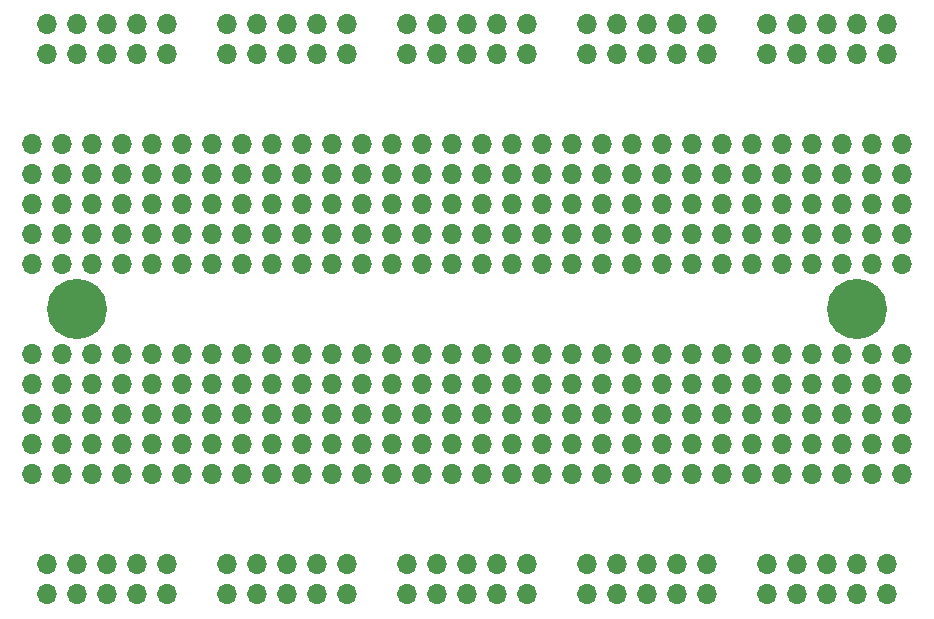
<source format=gts>
G04 #@! TF.GenerationSoftware,KiCad,Pcbnew,(5.1.8)-1*
G04 #@! TF.CreationDate,2021-02-07T23:28:03+01:00*
G04 #@! TF.ProjectId,Breadboard 400,42726561-6462-46f6-9172-64203430302e,rev?*
G04 #@! TF.SameCoordinates,Original*
G04 #@! TF.FileFunction,Soldermask,Top*
G04 #@! TF.FilePolarity,Negative*
%FSLAX46Y46*%
G04 Gerber Fmt 4.6, Leading zero omitted, Abs format (unit mm)*
G04 Created by KiCad (PCBNEW (5.1.8)-1) date 2021-02-07 23:28:03*
%MOMM*%
%LPD*%
G01*
G04 APERTURE LIST*
%ADD10O,1.700000X1.700000*%
%ADD11C,5.100000*%
G04 APERTURE END LIST*
D10*
X158750000Y-73660000D03*
X156210000Y-73660000D03*
X153670000Y-73660000D03*
X151130000Y-73660000D03*
X148590000Y-73660000D03*
X148590000Y-71120000D03*
X151130000Y-71120000D03*
X153670000Y-71120000D03*
X156210000Y-71120000D03*
X158750000Y-71120000D03*
X119380000Y-81280000D03*
X119380000Y-83820000D03*
X119380000Y-86360000D03*
X119380000Y-88900000D03*
X119380000Y-91440000D03*
X119380000Y-99060000D03*
X119380000Y-101600000D03*
X119380000Y-104140000D03*
X119380000Y-106680000D03*
X119380000Y-109220000D03*
X86360000Y-109220000D03*
X86360000Y-106680000D03*
X86360000Y-104140000D03*
X86360000Y-101600000D03*
X86360000Y-99060000D03*
X86360000Y-91440000D03*
X86360000Y-88900000D03*
X86360000Y-86360000D03*
X86360000Y-83820000D03*
X86360000Y-81280000D03*
X109220000Y-109220000D03*
X109220000Y-106680000D03*
X109220000Y-104140000D03*
X109220000Y-101600000D03*
X109220000Y-99060000D03*
X109220000Y-91440000D03*
X109220000Y-88900000D03*
X109220000Y-86360000D03*
X109220000Y-83820000D03*
X109220000Y-81280000D03*
X111760000Y-81280000D03*
X111760000Y-83820000D03*
X111760000Y-86360000D03*
X111760000Y-88900000D03*
X111760000Y-91440000D03*
X111760000Y-99060000D03*
X111760000Y-101600000D03*
X111760000Y-104140000D03*
X111760000Y-106680000D03*
X111760000Y-109220000D03*
X113030000Y-116840000D03*
X110490000Y-116840000D03*
X107950000Y-116840000D03*
X105410000Y-116840000D03*
X102870000Y-116840000D03*
X102870000Y-119380000D03*
X105410000Y-119380000D03*
X107950000Y-119380000D03*
X110490000Y-119380000D03*
X113030000Y-119380000D03*
X88900000Y-81280000D03*
X88900000Y-83820000D03*
X88900000Y-86360000D03*
X88900000Y-88900000D03*
X88900000Y-91440000D03*
X88900000Y-99060000D03*
X88900000Y-101600000D03*
X88900000Y-104140000D03*
X88900000Y-106680000D03*
X88900000Y-109220000D03*
X143510000Y-119380000D03*
X140970000Y-119380000D03*
X138430000Y-119380000D03*
X135890000Y-119380000D03*
X133350000Y-119380000D03*
X133350000Y-116840000D03*
X135890000Y-116840000D03*
X138430000Y-116840000D03*
X140970000Y-116840000D03*
X143510000Y-116840000D03*
X116840000Y-109220000D03*
X116840000Y-106680000D03*
X116840000Y-104140000D03*
X116840000Y-101600000D03*
X116840000Y-99060000D03*
X116840000Y-91440000D03*
X116840000Y-88900000D03*
X116840000Y-86360000D03*
X116840000Y-83820000D03*
X116840000Y-81280000D03*
X128270000Y-116840000D03*
X125730000Y-116840000D03*
X123190000Y-116840000D03*
X120650000Y-116840000D03*
X118110000Y-116840000D03*
X118110000Y-119380000D03*
X120650000Y-119380000D03*
X123190000Y-119380000D03*
X125730000Y-119380000D03*
X128270000Y-119380000D03*
X91440000Y-109220000D03*
X91440000Y-106680000D03*
X91440000Y-104140000D03*
X91440000Y-101600000D03*
X91440000Y-99060000D03*
X91440000Y-91440000D03*
X91440000Y-88900000D03*
X91440000Y-86360000D03*
X91440000Y-83820000D03*
X91440000Y-81280000D03*
X96520000Y-109220000D03*
X96520000Y-106680000D03*
X96520000Y-104140000D03*
X96520000Y-101600000D03*
X96520000Y-99060000D03*
X96520000Y-91440000D03*
X96520000Y-88900000D03*
X96520000Y-86360000D03*
X96520000Y-83820000D03*
X96520000Y-81280000D03*
D11*
X90170000Y-95250000D03*
X156210000Y-95250000D03*
D10*
X106680000Y-109220000D03*
X106680000Y-106680000D03*
X106680000Y-104140000D03*
X106680000Y-101600000D03*
X106680000Y-99060000D03*
X106680000Y-91440000D03*
X106680000Y-88900000D03*
X106680000Y-86360000D03*
X106680000Y-83820000D03*
X106680000Y-81280000D03*
X99060000Y-81280000D03*
X99060000Y-83820000D03*
X99060000Y-86360000D03*
X99060000Y-88900000D03*
X99060000Y-91440000D03*
X99060000Y-99060000D03*
X99060000Y-101600000D03*
X99060000Y-104140000D03*
X99060000Y-106680000D03*
X99060000Y-109220000D03*
X104140000Y-81280000D03*
X104140000Y-83820000D03*
X104140000Y-86360000D03*
X104140000Y-88900000D03*
X104140000Y-91440000D03*
X104140000Y-99060000D03*
X104140000Y-101600000D03*
X104140000Y-104140000D03*
X104140000Y-106680000D03*
X104140000Y-109220000D03*
X101600000Y-109220000D03*
X101600000Y-106680000D03*
X101600000Y-104140000D03*
X101600000Y-101600000D03*
X101600000Y-99060000D03*
X101600000Y-91440000D03*
X101600000Y-88900000D03*
X101600000Y-86360000D03*
X101600000Y-83820000D03*
X101600000Y-81280000D03*
X93980000Y-81280000D03*
X93980000Y-83820000D03*
X93980000Y-86360000D03*
X93980000Y-88900000D03*
X93980000Y-91440000D03*
X93980000Y-99060000D03*
X93980000Y-101600000D03*
X93980000Y-104140000D03*
X93980000Y-106680000D03*
X93980000Y-109220000D03*
X97790000Y-73660000D03*
X95250000Y-73660000D03*
X92710000Y-73660000D03*
X90170000Y-73660000D03*
X87630000Y-73660000D03*
X87630000Y-71120000D03*
X90170000Y-71120000D03*
X92710000Y-71120000D03*
X95250000Y-71120000D03*
X97790000Y-71120000D03*
X158750000Y-116840000D03*
X156210000Y-116840000D03*
X153670000Y-116840000D03*
X151130000Y-116840000D03*
X148590000Y-116840000D03*
X148590000Y-119380000D03*
X151130000Y-119380000D03*
X153670000Y-119380000D03*
X156210000Y-119380000D03*
X158750000Y-119380000D03*
X97790000Y-119380000D03*
X95250000Y-119380000D03*
X92710000Y-119380000D03*
X90170000Y-119380000D03*
X87630000Y-119380000D03*
X87630000Y-116840000D03*
X90170000Y-116840000D03*
X92710000Y-116840000D03*
X95250000Y-116840000D03*
X97790000Y-116840000D03*
X128270000Y-71120000D03*
X125730000Y-71120000D03*
X123190000Y-71120000D03*
X120650000Y-71120000D03*
X118110000Y-71120000D03*
X118110000Y-73660000D03*
X120650000Y-73660000D03*
X123190000Y-73660000D03*
X125730000Y-73660000D03*
X128270000Y-73660000D03*
X113030000Y-73660000D03*
X110490000Y-73660000D03*
X107950000Y-73660000D03*
X105410000Y-73660000D03*
X102870000Y-73660000D03*
X102870000Y-71120000D03*
X105410000Y-71120000D03*
X107950000Y-71120000D03*
X110490000Y-71120000D03*
X113030000Y-71120000D03*
X143510000Y-71120000D03*
X140970000Y-71120000D03*
X138430000Y-71120000D03*
X135890000Y-71120000D03*
X133350000Y-71120000D03*
X133350000Y-73660000D03*
X135890000Y-73660000D03*
X138430000Y-73660000D03*
X140970000Y-73660000D03*
X143510000Y-73660000D03*
X149860000Y-81280000D03*
X149860000Y-83820000D03*
X149860000Y-86360000D03*
X149860000Y-88900000D03*
X149860000Y-91440000D03*
X149860000Y-99060000D03*
X149860000Y-101600000D03*
X149860000Y-104140000D03*
X149860000Y-106680000D03*
X149860000Y-109220000D03*
X147320000Y-109220000D03*
X147320000Y-106680000D03*
X147320000Y-104140000D03*
X147320000Y-101600000D03*
X147320000Y-99060000D03*
X147320000Y-91440000D03*
X147320000Y-88900000D03*
X147320000Y-86360000D03*
X147320000Y-83820000D03*
X147320000Y-81280000D03*
X144780000Y-81280000D03*
X144780000Y-83820000D03*
X144780000Y-86360000D03*
X144780000Y-88900000D03*
X144780000Y-91440000D03*
X144780000Y-99060000D03*
X144780000Y-101600000D03*
X144780000Y-104140000D03*
X144780000Y-106680000D03*
X144780000Y-109220000D03*
X142240000Y-109220000D03*
X142240000Y-106680000D03*
X142240000Y-104140000D03*
X142240000Y-101600000D03*
X142240000Y-99060000D03*
X142240000Y-91440000D03*
X142240000Y-88900000D03*
X142240000Y-86360000D03*
X142240000Y-83820000D03*
X142240000Y-81280000D03*
X139700000Y-109220000D03*
X139700000Y-106680000D03*
X139700000Y-104140000D03*
X139700000Y-101600000D03*
X139700000Y-99060000D03*
X139700000Y-91440000D03*
X139700000Y-88900000D03*
X139700000Y-86360000D03*
X139700000Y-83820000D03*
X139700000Y-81280000D03*
X137160000Y-81280000D03*
X137160000Y-83820000D03*
X137160000Y-86360000D03*
X137160000Y-88900000D03*
X137160000Y-91440000D03*
X137160000Y-99060000D03*
X137160000Y-101600000D03*
X137160000Y-104140000D03*
X137160000Y-106680000D03*
X137160000Y-109220000D03*
X134620000Y-109220000D03*
X134620000Y-106680000D03*
X134620000Y-104140000D03*
X134620000Y-101600000D03*
X134620000Y-99060000D03*
X134620000Y-91440000D03*
X134620000Y-88900000D03*
X134620000Y-86360000D03*
X134620000Y-83820000D03*
X134620000Y-81280000D03*
X132080000Y-81280000D03*
X132080000Y-83820000D03*
X132080000Y-86360000D03*
X132080000Y-88900000D03*
X132080000Y-91440000D03*
X132080000Y-99060000D03*
X132080000Y-101600000D03*
X132080000Y-104140000D03*
X132080000Y-106680000D03*
X132080000Y-109220000D03*
X129540000Y-109220000D03*
X129540000Y-106680000D03*
X129540000Y-104140000D03*
X129540000Y-101600000D03*
X129540000Y-99060000D03*
X129540000Y-91440000D03*
X129540000Y-88900000D03*
X129540000Y-86360000D03*
X129540000Y-83820000D03*
X129540000Y-81280000D03*
X127000000Y-81280000D03*
X127000000Y-83820000D03*
X127000000Y-86360000D03*
X127000000Y-88900000D03*
X127000000Y-91440000D03*
X127000000Y-99060000D03*
X127000000Y-101600000D03*
X127000000Y-104140000D03*
X127000000Y-106680000D03*
X127000000Y-109220000D03*
X124460000Y-109220000D03*
X124460000Y-106680000D03*
X124460000Y-104140000D03*
X124460000Y-101600000D03*
X124460000Y-99060000D03*
X124460000Y-91440000D03*
X124460000Y-88900000D03*
X124460000Y-86360000D03*
X124460000Y-83820000D03*
X124460000Y-81280000D03*
X121920000Y-81280000D03*
X121920000Y-83820000D03*
X121920000Y-86360000D03*
X121920000Y-88900000D03*
X121920000Y-91440000D03*
X121920000Y-99060000D03*
X121920000Y-101600000D03*
X121920000Y-104140000D03*
X121920000Y-106680000D03*
X121920000Y-109220000D03*
X114300000Y-109220000D03*
X114300000Y-106680000D03*
X114300000Y-104140000D03*
X114300000Y-101600000D03*
X114300000Y-99060000D03*
X114300000Y-91440000D03*
X114300000Y-88900000D03*
X114300000Y-86360000D03*
X114300000Y-83820000D03*
X114300000Y-81280000D03*
X152400000Y-109220000D03*
X152400000Y-106680000D03*
X152400000Y-104140000D03*
X152400000Y-101600000D03*
X152400000Y-99060000D03*
X152400000Y-91440000D03*
X152400000Y-88900000D03*
X152400000Y-86360000D03*
X152400000Y-83820000D03*
X152400000Y-81280000D03*
X154940000Y-81280000D03*
X154940000Y-83820000D03*
X154940000Y-86360000D03*
X154940000Y-88900000D03*
X154940000Y-91440000D03*
X154940000Y-99060000D03*
X154940000Y-101600000D03*
X154940000Y-104140000D03*
X154940000Y-106680000D03*
X154940000Y-109220000D03*
X157480000Y-109220000D03*
X157480000Y-106680000D03*
X157480000Y-104140000D03*
X157480000Y-101600000D03*
X157480000Y-99060000D03*
X157480000Y-91440000D03*
X157480000Y-88900000D03*
X157480000Y-86360000D03*
X157480000Y-83820000D03*
X157480000Y-81280000D03*
X160020000Y-81280000D03*
X160020000Y-83820000D03*
X160020000Y-86360000D03*
X160020000Y-88900000D03*
X160020000Y-91440000D03*
X160020000Y-99060000D03*
X160020000Y-101600000D03*
X160020000Y-104140000D03*
X160020000Y-106680000D03*
X160020000Y-109220000D03*
M02*

</source>
